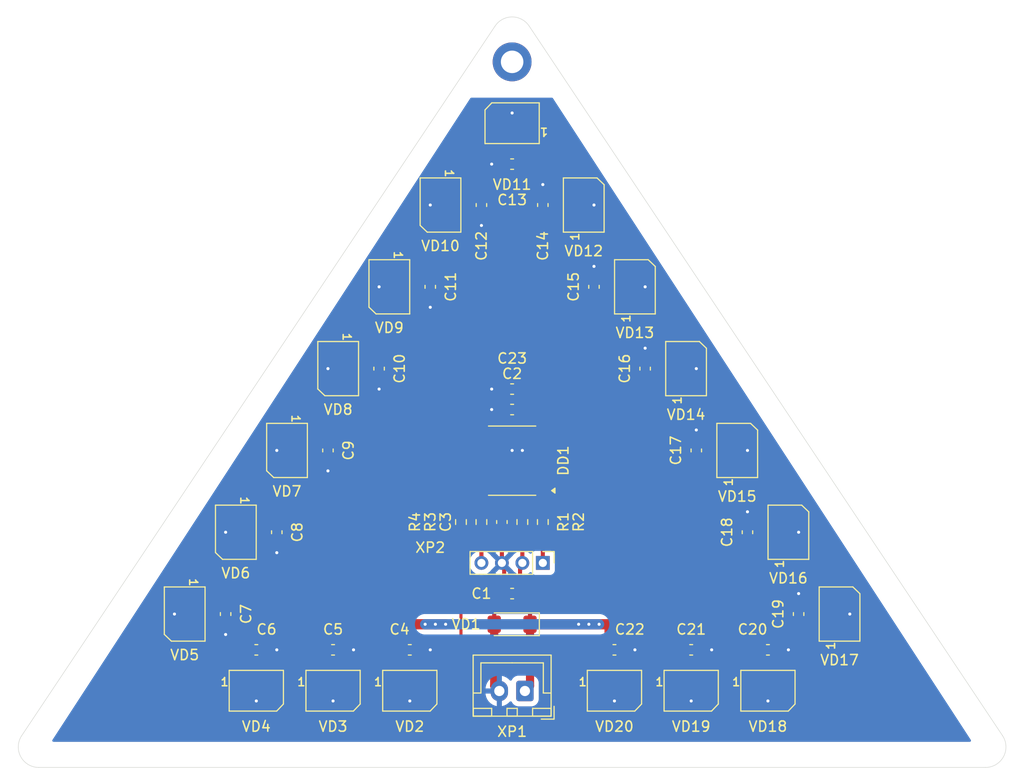
<source format=kicad_pcb>
(kicad_pcb (version 20241229) (generator "pcbnew") (generator_version "9.0")
  (layers (0 "F.Cu" signal) (2 "B.Cu" signal) (13 "F.Paste" user) (15 "B.Paste" user) (5 "F.SilkS" user "F.Silkscreen") (7 "B.SilkS" user "B.Silkscreen") (1 "F.Mask" user) (3 "B.Mask" user) (25 "Edge.Cuts" user))
  (net 0 "")
  (net 1 "VCC5V0")
  (net 2 "GND")
  (net 3 "/RESET")
  (net 8 "/MOSI")
  (net 17 "/SWIO")
  (net 21 "/RST_EXT")
  (net 22 "/SWIO_EXT")
  (net 23 "Net-(VD2-DIN)")
  (net 24 "Net-(VD2-DOUT)")
  (net 25 "Net-(VD3-DOUT)")
  (net 26 "Net-(VD4-DOUT)")
  (net 27 "Net-(VD5-DOUT)")
  (net 28 "Net-(VD6-DOUT)")
  (net 29 "Net-(VD7-DOUT)")
  (net 30 "Net-(VD8-DOUT)")
  (net 31 "Net-(VD10-DIN)")
  (net 32 "Net-(VD10-DOUT)")
  (net 33 "Net-(VD11-DOUT)")
  (net 34 "Net-(VD12-DOUT)")
  (net 35 "Net-(VD13-DOUT)")
  (net 36 "Net-(VD14-DOUT)")
  (net 37 "Net-(VD15-DOUT)")
  (net 38 "Net-(VD16-DOUT)")
  (net 39 "Net-(VD17-DOUT)")
  (net 40 "Net-(VD18-DOUT)")
  (net 41 "Net-(VD19-DOUT)")
  (footprint "LED_SMD:LED_WS2812B-Mini_PLCC4_3.5x3.5mm" (layer "F.Cu") (at 172 119 90)
    (property "Reference" "VD15")
    (property "Value" "WS2812B")
  )
  (footprint "LED_SMD:LED_WS2812B-Mini_PLCC4_3.5x3.5mm" (layer "F.Cu") (at 175 142.5)
    (property "Reference" "VD18")
    (property "Value" "WS2812B")
  )
  (footprint "MountingHole:MountingHole_2.2mm_M2_DIN965_Pad" (layer "F.Cu") (at 150 81)
    (property "Reference" "HOLE1" (hide yes))
    (property "Value" "HOLE M2")
  )
  (footprint "Capacitor_SMD:C_0603_1608Metric" (layer "F.Cu") (at 167.5 138.5)
    (property "Reference" "C21")
    (property "Value" "0.1uF, 50V, X7R, 0603")
  )
  (footprint "Capacitor_SMD:C_0603_1608Metric" (layer "F.Cu") (at 160 138.5)
    (property "Reference" "C22")
    (property "Value" "0.1uF, 50V, X7R, 0603")
  )
  (footprint "Resistor_SMD:R_0603_1608Metric" (layer "F.Cu") (at 145 126 -90)
    (property "Reference" "R4")
    (property "Value" "27, 5%, 0603")
  )
  (footprint "Capacitor_SMD:C_0603_1608Metric" (layer "F.Cu") (at 132 119 -90)
    (property "Reference" "C9")
    (property "Value" "0.1uF, 50V, X7R, 0603")
  )
  (footprint "Resistor_SMD:R_0603_1608Metric" (layer "F.Cu") (at 147 126 -90)
    (property "Reference" "R3")
    (property "Value" "27, 5%, 0603")
  )
  (footprint "Capacitor_SMD:C_0603_1608Metric" (layer "F.Cu") (at 153 95 90)
    (property "Reference" "C14")
    (property "Value" "0.1uF, 50V, X7R, 0603")
  )
  (footprint "Capacitor_SMD:C_0603_1608Metric" (layer "F.Cu") (at 149 126 90)
    (property "Reference" "C3")
    (property "Value" "0.1uF, 50V, X7R, 0603")
  )
  (footprint "LED_SMD:LED_WS2812B-Mini_PLCC4_3.5x3.5mm" (layer "F.Cu") (at 138 103 -90)
    (property "Reference" "VD9")
    (property "Value" "WS2812B")
  )
  (footprint "Capacitor_SMD:C_0603_1608Metric" (layer "F.Cu") (at 175 138.5)
    (property "Reference" "C20")
    (property "Value" "0.1uF, 50V, X7R, 0603")
  )
  (footprint "Capacitor_SMD:C_0603_1608Metric" (layer "F.Cu") (at 137 111 -90)
    (property "Reference" "C10")
    (property "Value" "0.1uF, 50V, X7R, 0603")
  )
  (footprint "LED_SMD:LED_WS2812B-Mini_PLCC4_3.5x3.5mm" (layer "F.Cu") (at 150 87 180)
    (property "Reference" "VD11")
    (property "Value" "WS2812B")
  )
  (footprint "LED_SMD:LED_WS2812B-Mini_PLCC4_3.5x3.5mm" (layer "F.Cu") (at 167 111 90)
    (property "Reference" "VD14")
    (property "Value" "WS2812B")
  )
  (footprint "Capacitor_SMD:C_0603_1608Metric" (layer "F.Cu") (at 163 111 90)
    (property "Reference" "C16")
    (property "Value" "0.1uF, 50V, X7R, 0603")
  )
  (footprint "Capacitor_SMD:C_0603_1608Metric" (layer "F.Cu") (at 147 95 -90)
    (property "Reference" "C12")
    (property "Value" "0.1uF, 50V, X7R, 0603")
  )
  (footprint "Diode_SMD:D_MiniMELF" (layer "F.Cu") (at 150 136 180)
    (property "Reference" "VD1")
    (property "Value" "BZV55-B5V6")
  )
  (footprint "Capacitor_SMD:C_0603_1608Metric" (layer "F.Cu") (at 150 133)
    (property "Reference" "C1")
    (property "Value" "0.1uF, 50V, X7R, 0603")
  )
  (footprint "Connector_JST:JST_XH_B2B-XH-A_1x02_P2.50mm_Vertical" (layer "F.Cu") (at 151.25 142.525 180)
    (property "Reference" "XP1")
    (property "Value" "B2B-XH-A(LF)(SN)")
  )
  (footprint "Capacitor_SMD:C_0603_1608Metric" (layer "F.Cu") (at 132.5 138.5)
    (property "Reference" "C5")
    (property "Value" "0.1uF, 50V, X7R, 0603")
  )
  (footprint "Capacitor_SMD:C_0603_1608Metric" (layer "F.Cu") (at 150 113)
    (property "Reference" "C23")
    (property "Value" "1uF, 25V, X5R, 0603")
  )
  (footprint "LED_SMD:LED_WS2812B-Mini_PLCC4_3.5x3.5mm" (layer "F.Cu") (at 123 127 -90)
    (property "Reference" "VD6")
    (property "Value" "WS2812B")
  )
  (footprint "Capacitor_SMD:C_0603_1608Metric" (layer "F.Cu") (at 127 127 -90)
    (property "Reference" "C8")
    (property "Value" "0.1uF, 50V, X7R, 0603")
  )
  (footprint "LED_SMD:LED_WS2812B-Mini_PLCC4_3.5x3.5mm" (layer "F.Cu") (at 167.5 142.5)
    (property "Reference" "VD19")
    (property "Value" "WS2812B")
  )
  (footprint "Package_SO:TSSOP-20_4.4x6.5mm_P0.65mm" (layer "F.Cu") (at 150 120 180)
    (property "Reference" "DD1")
    (property "Value" "CH32V003F4P6")
  )
  (footprint "Capacitor_SMD:C_0603_1608Metric" (layer "F.Cu") (at 178 135 90)
    (property "Reference" "C19")
    (property "Value" "0.1uF, 50V, X7R, 0603")
  )
  (footprint "Capacitor_SMD:C_0603_1608Metric" (layer "F.Cu") (at 142 103 -90)
    (property "Reference" "C11")
    (property "Value" "0.1uF, 50V, X7R, 0603")
  )
  (footprint "Capacitor_SMD:C_0603_1608Metric" (layer "F.Cu") (at 125 138.5)
    (property "Reference" "C6")
    (property "Value" "0.1uF, 50V, X7R, 0603")
  )
  (footprint "Capacitor_SMD:C_0603_1608Metric" (layer "F.Cu") (at 173 127 90)
    (property "Reference" "C18")
    (property "Value" "0.1uF, 50V, X7R, 0603")
  )
  (footprint "Capacitor_SMD:C_0603_1608Metric" (layer "F.Cu") (at 168 119 90)
    (property "Reference" "C17")
    (property "Value" "0.1uF, 50V, X7R, 0603")
  )
  (footprint "LED_SMD:LED_WS2812B-Mini_PLCC4_3.5x3.5mm" (layer "F.Cu") (at 118 135 -90)
    (property "Reference" "VD5")
    (property "Value" "WS2812B")
  )
  (footprint "LED_SMD:LED_WS2812B-Mini_PLCC4_3.5x3.5mm" (layer "F.Cu") (at 132.5 142.5)
    (property "Reference" "VD3")
    (property "Value" "WS2812B")
  )
  (footprint "Capacitor_SMD:C_0603_1608Metric" (layer "F.Cu") (at 150 91 180)
    (property "Reference" "C13")
    (property "Value" "0.1uF, 50V, X7R, 0603")
  )
  (footprint "LED_SMD:LED_WS2812B-Mini_PLCC4_3.5x3.5mm" (layer "F.Cu") (at 162 103 90)
    (property "Reference" "VD13")
    (property "Value" "WS2812B")
  )
  (footprint "LED_SMD:LED_WS2812B-Mini_PLCC4_3.5x3.5mm" (layer "F.Cu") (at 125 142.5)
    (property "Reference" "VD4")
    (property "Value" "WS2812B")
  )
  (footprint "LED_SMD:LED_WS2812B-Mini_PLCC4_3.5x3.5mm" (layer "F.Cu") (at 128 119 -90)
    (property "Reference" "VD7")
    (property "Value" "WS2812B")
  )
  (footprint "LED_SMD:LED_WS2812B-Mini_PLCC4_3.5x3.5mm" (layer "F.Cu") (at 140 142.5)
    (property "Reference" "VD2")
    (property "Value" "WS2812B")
  )
  (footprint "Capacitor_SMD:C_0603_1608Metric" (layer "F.Cu") (at 140 138.5)
    (property "Reference" "C4")
    (property "Value" "0.1uF, 50V, X7R, 0603")
  )
  (footprint "Capacitor_SMD:C_0603_1608Metric" (layer "F.Cu") (at 150 115)
    (property "Reference" "C2")
    (property "Value" "0.1uF, 50V, X7R, 0603")
  )
  (footprint "LED_SMD:LED_WS2812B-Mini_PLCC4_3.5x3.5mm" (layer "F.Cu") (at 182 135 90)
    (property "Reference" "VD17")
    (property "Value" "WS2812B")
  )
  (footprint "LED_SMD:LED_WS2812B-Mini_PLCC4_3.5x3.5mm" (layer "F.Cu") (at 143 95 -90)
    (property "Reference" "VD10")
    (property "Value" "WS2812B")
  )
  (footprint "Resistor_SMD:R_0603_1608Metric" (layer "F.Cu") (at 153 126 -90)
    (property "Reference" "R2")
    (property "Value" "27, 5%, 0603")
  )
  (footprint "Capacitor_SMD:C_0603_1608Metric" (layer "F.Cu") (at 158 103 90)
    (property "Reference" "C15")
    (property "Value" "0.1uF, 50V, X7R, 0603")
  )
  (footprint "LED_SMD:LED_WS2812B-Mini_PLCC4_3.5x3.5mm" (layer "F.Cu") (at 133 111 -90)
    (property "Reference" "VD8")
    (property "Value" "WS2812B")
  )
  (footprint "Resistor_SMD:R_0603_1608Metric" (layer "F.Cu") (at 151 126 90)
    (property "Reference" "R1")
    (property "Value" "10K, 1%, 0603")
  )
  (footprint "Connector_PinHeader_2.00mm:PinHeader_1x04_P2.00mm_Vertical" (layer "F.Cu") (at 153 130 -90)
    (property "Reference" "XP2")
    (property "Value" "PLS2-4")
  )
  (footprint "LED_SMD:LED_WS2812B-Mini_PLCC4_3.5x3.5mm" (layer "F.Cu") (at 160 142.5)
    (property "Reference" "VD20")
    (property "Value" "WS2812B")
  )
  (footprint "LED_SMD:LED_WS2812B-Mini_PLCC4_3.5x3.5mm" (layer "F.Cu") (at 177 127 90)
    (property "Reference" "VD16")
    (property "Value" "WS2812B")
  )
  (footprint "LED_SMD:LED_WS2812B-Mini_PLCC4_3.5x3.5mm" (layer "F.Cu") (at 157 95 90)
    (property "Reference" "VD12")
    (property "Value" "WS2812B")
  )
  (footprint "Capacitor_SMD:C_0603_1608Metric" (layer "F.Cu") (at 122 135 -90)
    (property "Reference" "C7")
    (property "Value" "0.1uF, 50V, X7R, 0603")
  )
  (gr_line (start 197.927066 146.8906) (end 151.6641 77.496151) (stroke (width 0.05)) (layer "Edge.Cuts"))
  (gr_arc (start 103.737034 150) (mid 101.973654 148.943723) (end 102.072934 146.8906) (stroke (width 0.05)) (layer "Edge.Cuts"))
  (gr_line (start 148.3359 77.496151) (end 102.072934 146.8906) (stroke (width 0.05)) (layer "Edge.Cuts"))
  (gr_line (start 103.737034 150) (end 196.262966 150) (stroke (width 0.05)) (layer "Edge.Cuts"))
  (gr_arc (start 148.3359 77.496151) (mid 150 76.605552) (end 151.6641 77.496151) (stroke (width 0.05)) (layer "Edge.Cuts"))
  (gr_arc (start 197.927066 146.8906) (mid 198.026315 148.943716) (end 196.262966 150) (stroke (width 0.05)) (layer "Edge.Cuts"))
  (gr_text "KKUZNETZOV" (at 153.5 111.5 300) (layer "F.Cu") (effects (font (size 2 2) (thickness 0.4)) (justify left bottom)))
  (gr_text "2025" (at 131.5 133.5 0) (layer "F.Cu") (effects (font (size 3 3) (thickness 0.4)) (justify left bottom)))
  (gr_text "2026" (at 157 133.5 0) (layer "F.Cu") (effects (font (size 3 3) (thickness 0.4)) (justify left bottom)))
  (gr_text "KKUZNETZOV" (at 136.5 128.5 60) (layer "F.Cu") (effects (font (size 2 2) (thickness 0.4)) (justify left bottom)))
  (segment (start 154.475 117.725) (end 155 118.25) (width 0.3) (layer "F.Cu") (net 1))
  (segment (start 139 115) (end 140 114) (width 1) (layer "F.Cu") (net 1))
  (segment (start 139 136) (end 131.5 136) (width 1) (layer "F.Cu") (net 1))
  (segment (start 174.3875 127.775) (end 173 127.775) (width 0.4) (layer "F.Cu") (net 1))
  (segment (start 124.775 134.225) (end 125 134) (width 0.4) (layer "F.Cu") (net 1))
  (segment (start 151.64 87.89) (end 151.64 90.135) (width 0.4) (layer "F.Cu") (net 1))
  (segment (start 130 136) (end 126 136) (width 1) (layer "F.Cu") (net 1))
  (segment (start 150 95) (end 150 99) (width 0.4) (layer "F.Cu") (net 1))
  (segment (start 143.5 136) (end 142.5 136) (width 1) (layer "F.Cu") (net 1))
  (segment (start 163 111.775) (end 160.225 111.775) (width 0.4) (layer "F.Cu") (net 1))
  (segment (start 155 132) (end 155 118.75) (width 0.4) (layer "F.Cu") (net 1))
  (segment (start 160 112) (end 160 109) (width 1) (layer "F.Cu") (net 1))
  (segment (start 159.275 103.775) (end 158 103.775) (width 0.4) (layer "F.Cu") (net 1))
  (segment (start 145.725 94.225) (end 147 94.225) (width 0.4) (layer "F.Cu") (net 1))
  (segment (start 150.775 133) (end 154 133) (width 0.4) (layer "F.Cu") (net 1))
  (segment (start 126 130.5) (end 128.75 130.5) (width 1) (layer "F.Cu") (net 1))
  (segment (start 165 116) (end 164 115) (width 1) (layer "F.Cu") (net 1))
  (segment (start 129.775 126.225) (end 130 126) (width 0.4) (layer "F.Cu") (net 1))
  (segment (start 170 129.25) (end 170 125) (width 1) (layer "F.Cu") (net 1))
  (segment (start 150.775 133) (end 150.775 133.775) (width 0.4) (layer "F.Cu") (net 1))
  (segment (start 131.725 136.225) (end 131.5 136) (width 0.4) (layer "F.Cu") (net 1))
  (segment (start 137 110.225) (end 139.775 110.225) (width 0.4) (layer "F.Cu") (net 1))
  (segment (start 155.275 103.775) (end 155 103.5) (width 0.4) (layer "F.Cu") (net 1))
  (segment (start 139.86 101.36) (end 140.725 102.225) (width 0.4) (layer "F.Cu") (net 1))
  (segment (start 170.2525 120.64) (end 169.3875 119.775) (width 0.4) (layer "F.Cu") (net 1))
  (segment (start 135 118) (end 135 116) (width 1) (layer "F.Cu") (net 1))
  (segment (start 159.5 136) (end 167 136) (width 1) (layer "F.Cu") (net 1))
  (segment (start 154.275 95.775) (end 153 95.775) (width 0.4) (layer "F.Cu") (net 1))
  (segment (start 176.775 135.775) (end 176.5 135.5) (width 0.4) (layer "F.Cu") (net 1))
  (segment (start 144.86 93.36) (end 145.725 94.225) (width 0.4) (layer "F.Cu") (net 1))
  (segment (start 178 135.775) (end 176.775 135.775) (width 0.4) (layer "F.Cu") (net 1))
  (segment (start 128.89 117.36) (end 129.86 117.36) (width 0.4) (layer "F.Cu") (net 1))
  (segment (start 158.36 140.64) (end 159.225 139.775) (width 0.4) (layer "F.Cu") (net 1))
  (segment (start 142.5 136) (end 139 136) (width 1) (layer "F.Cu") (net 1))
  (segment (start 131.725 138.5) (end 131.725 136.225) (width 0.4) (layer "F.Cu") (net 1))
  (segment (start 173.36 140.64) (end 174.225 139.775) (width 0.4) (layer "F.Cu") (net 1))
  (segment (start 160.225 111.775) (end 160 112) (width 0.4) (layer "F.Cu") (net 1))
  (segment (start 123.89 125.36) (end 124.86 125.36) (width 0.4) (layer "F.Cu") (net 1))
  (segment (start 155 107) (end 155 103.5) (width 1) (layer "F.Cu") (net 1))
  (segment (start 171.11 120.64) (end 170.2525 120.64) (width 0.4) (layer "F.Cu") (net 1))
  (segment (start 175 131.5) (end 174 130.5) (width 1) (layer "F.Cu") (net 1))
  (segment (start 151.64 90.135) (end 150.775 91) (width 0.4) (layer "F.Cu") (net 1))
  (segment (start 150.775 91) (end 150.775 94.225) (width 0.4) (layer "F.Cu") (net 1))
  (segment (start 134.775 118.225) (end 135 118) (width 0.4) (layer "F.Cu") (net 1))
  (segment (start 176.5 135.5) (end 176.5 134.5) (width 0.4) (layer "F.Cu") (net 1))
  (segment (start 174 136) (end 175 135) (width 1) (layer "F.Cu") (net 1))
  (segment (start 144.775 102.225) (end 145 102) (width 0.4) (layer "F.Cu") (net 1))
  (segment (start 140 110) (end 140 109) (width 1) (layer "F.Cu") (net 1))
  (segment (start 144 108) (end 145 107) (width 1) (layer "F.Cu") (net 1))
  (segment (start 123.36 140.64) (end 124.225 139.775) (width 0.4) (layer "F.Cu") (net 1))
  (segment (start 151.75 136) (end 151.75 142.025) (width 0.8) (layer "F.Cu") (net 1))
  (segment (start 175.2525 128.64) (end 174.3875 127.775) (width 0.4) (layer "F.Cu") (net 1))
  (segment (start 155 118.25) (end 155 118.75) (width 0.4) (layer "F.Cu") (net 1))
  (segment (start 130.86 141.61) (end 130.86 140.64) (width 0.4) (layer "F.Cu") (net 1))
  (segment (start 130 125) (end 135 120) (width 1) (layer "F.Cu") (net 1))
  (segment (start 173.36 141.61) (end 173.36 140.64) (width 0.4) (layer "F.Cu") (net 1))
  (segment (start 166.725 138.5) (end 166.725 136.275) (width 0.4) (layer "F.Cu") (net 1))
  (segment (start 143.89 93.36) (end 144.86 93.36) (width 0.4) (layer "F.Cu") (net 1))
  (segment (start 165 118.5) (end 165 116) (width 1) (layer "F.Cu") (net 1))
  (segment (start 119.86 133.36) (end 120.725 134.225) (width 0.4) (layer "F.Cu") (net 1))
  (segment (start 173 136) (end 174 136) (width 1) (layer "F.Cu") (net 1))
  (segment (start 152.8625 117.725) (end 154.475 117.725) (width 0.3) (layer "F.Cu") (net 1))
  (segment (start 124.225 139.775) (end 124.225 138.5) (width 0.4) (layer "F.Cu") (net 1))
  (segment (start 140 109) (end 141 108) (width 1) (layer "F.Cu") (net 1))
  (segment (start 164 115) (end 161 115) (width 1) (layer "F.Cu") (net 1))
  (segment (start 173.5 138.5) (end 173 138) (width 0.4) (layer "F.Cu") (net 1))
  (segment (start 151.725 117.725) (end 150.775 116.775) (width 0.3) (layer "F.Cu") (net 1))
  (segment (start 134.86 109.36) (end 135.725 110.225) (width 0.4) (layer "F.Cu") (net 1))
  (segment (start 165 120) (end 165 118.5) (width 1) (layer "F.Cu") (net 1))
  (segment (start 120.725 134.225) (end 122 134.225) (width 0.4) (layer "F.Cu") (net 1))
  (segment (start 133.89 109.36) (end 134.86 109.36) (width 0.4) (layer "F.Cu") (net 1))
  (segment (start 174.225 138.5) (end 173.5 138.5) (width 0.4) (layer "F.Cu") (net 1))
  (segment (start 122 134.225) (end 123.5 134.225) (width 0.4) (layer "F.Cu") (net 1))
  (segment (start 154 133) (end 155 132) (width 0.4) (layer "F.Cu") (net 1))
  (segment (start 166.725 136.275) (end 167 136) (width 0.4) (layer "F.Cu") (net 1))
  (segment (start 138.36 140.64) (end 139.225 139.775) (width 0.4) (layer "F.Cu") (net 1))
  (segment (start 153 95.775) (end 153 99) (width 0.4) (layer "F.Cu") (net 1))
  (segment (start 123.5 134.225) (end 124.775 134.225) (width 0.4) (layer "F.Cu") (net 1))
  (segment (start 130.725 118.225) (end 132 118.225) (width 0.4) (layer "F.Cu") (net 1))
  (segment (start 165.86 140.64) (end 166.725 139.775) (width 0.4) (layer "F.Cu") (net 1))
  (segment (start 132 118.225) (end 134.775 118.225) (width 0.4) (layer "F.Cu") (net 1))
  (segment (start 149 99) (end 150 99) (width 1) (layer "F.Cu") (net 1))
  (segment (start 128.75 130.5) (end 130 129.25) (width 1) (layer "F.Cu") (net 1))
  (segment (start 159.225 139.775) (end 159.225 138.5) (width 0.4) (layer "F.Cu") (net 1))
  (segment (start 150.775 116.775) (end 150.775 115) (width 0.3) (layer "F.Cu") (net 1))
  (segment (start 176 134) (end 175 134) (width 0.4) (layer "F.Cu") (net 1))
  (segment (start 180.14 136.64) (end 179.275 135.775) (width 0.4) (layer "F.Cu") (net 1))
  (segment (start 166.11 112.64) (end 165.14 112.64) (width 0.4) (layer "F.Cu") (net 1))
  (segment (start 166 118.5) (end 165 118.5) (width 0.4) (layer "F.Cu") (net 1))
  (segment (start 168 119.775) (end 166.775 119.775) (width 0.4) (layer "F.Cu") (net 1))
  (segment (start 150.775 133) (end 150.775 130.225) (width 0.4) (layer "F.Cu") (net 1))
  (segment (start 136 115) (end 139 115) (width 1) (layer "F.Cu") (net 1))
  (segment (start 158 103.775) (end 155.275 103.775) (width 0.4) (layer "F.Cu") (net 1))
  (segment (start 142 102.225) (end 144.775 102.225) (width 0.4) (layer "F.Cu") (net 1))
  (segment (start 145 105) (end 145 102) (width 1) (layer "F.Cu") (net 1))
  (segment (start 159.225 138.5) (end 159.225 136.275) (width 0.4) (layer "F.Cu") (net 1))
  (segment (start 140 114) (end 140 110) (width 1) (layer "F.Cu") (net 1))
  (segment (start 181.11 136.64) (end 180.14 136.64) (width 0.4) (layer "F.Cu") (net 1))
  (segment (start 159.225 136.275) (end 159.5 136) (width 0.4) (layer "F.Cu") (net 1))
  (segment (start 139.775 110.225) (end 140 110) (width 0.4) (layer "F.Cu") (net 1))
  (segment (start 129.86 117.36) (end 130.725 118.225) (width 0.4) (layer "F.Cu") (net 1))
  (segment (start 127 126.225) (end 129.775 126.225) (width 0.4) (layer "F.Cu") (net 1))
  (segment (start 160 109) (end 159 108) (width 1) (layer "F.Cu") (net 1))
  (segment (start 156.11 96.64) (end 155.14 96.64) (width 0.4) (layer "F.Cu") (net 1))
  (segment (start 135 116) (end 136 115) (width 1) (layer "F.Cu") (net 1))
  (segment (start 130.86 140.64) (end 131.725 139.775) (width 0.4) (layer "F.Cu") (net 1))
  (segment (start 135 120) (end 135 118) (width 1) (layer "F.Cu") (net 1))
  (segment (start 148.225 94.225) (end 148.5 94.5) (width 0.4) (layer "F.Cu") (net 1))
  (segment (start 161.11 104.64) (end 160.14 104.64) (width 0.4) (layer "F.Cu") (net 1))
  (segment (start 165.86 141.61) (end 165.86 140.64) (width 0.4) (layer "F.Cu") (net 1))
  (segment (start 166.5 119) (end 166 118.5) (width 0.4) (layer "F.Cu") (net 1))
  (segment (start 170 136) (end 173 136) (width 1) (layer "F.Cu") (net 1))
  (segment (start 152.8625 117.725) (end 151.725 117.725) (width 0.3) (layer "F.Cu") (net 1))
  (segment (start 139.225 139.775) (end 139.225 138.5) (width 0.4) (layer "F.Cu") (net 1))
  (segment (start 166.775 119.775) (end 166.5 119.5) (width 0.4) (layer "F.Cu") (net 1))
  (segment (start 150 99) (end 153 99) (width 1) (layer "F.Cu") (net 1))
  (segment (start 139.225 138.5) (end 139.225 136.225) (width 0.4) (layer "F.Cu") (net 1))
  (segment (start 131.725 139.775) (end 131.725 138.5) (width 0.4) (layer "F.Cu") (net 1))
  (segment (start 150.775 130.225) (end 151 130) (width 0.4) (layer "F.Cu") (net 1))
  (segment (start 148.5 94.5) (end 148.5 98.5) (width 0.4) (layer "F.Cu") (net 1))
  (segment (start 124.86 125.36) (end 125.725 126.225) (width 0.4) (layer "F.Cu") (net 1))
  (segment (start 171.25 130.5) (end 170 129.25) (width 1) (layer "F.Cu") (net 1))
  (segment (start 150.775 113) (end 150.775 115) (width 0.3) (layer "F.Cu") (net 1))
  (segment (start 170 125) (end 165 120) (width 1) (layer "F.Cu") (net 1))
  (segment (start 179.275 135.775) (end 178 135.775) (width 0.4) (layer "F.Cu") (net 1))
  (segment (start 151.75 134.75) (end 151.75 136) (width 0.4) (layer "F.Cu") (net 1))
  (segment (start 151.75 142.025) (end 151.25 142.525) (width 0.8) (layer "F.Cu") (net 1))
  (segment (start 123.5 136.5) (end 123.5 134.225) (width 0.4) (layer "F.Cu") (net 1))
  (segment (start 176.11 128.64) (end 175.2525 128.64) (width 0.4) (layer "F.Cu") (net 1))
  (segment (start 123.36 141.61) (end 123.36 140.64) (width 0.4) (layer "F.Cu") (net 1))
  (segment (start 125 135) (end 125 134) (width 1) (layer "F.Cu") (net 1))
  (segment (start 146 99) (end 149 99) (width 1) (layer "F.Cu") (net 1))
  (segment (start 130 129.25) (end 130 126) (width 1) (layer "F.Cu") (net 1))
  (segment (start 138.89 101.36) (end 139.86 101.36) (width 0.4) (layer "F.Cu") (net 1))
  (segment (start 151 126.825) (end 151 130) (width 0.4) (layer "F.Cu") (net 1))
  (segment (start 150.775 94.225) (end 150 95) (width 0.4) (layer "F.Cu") (net 1))
  (segment (start 145 107) (end 145 105) (width 1) (layer "F.Cu") (net 1))
  (segment (start 166.725 139.775) (end 166.725 138.5) (width 0.4) (layer "F.Cu") (net 1))
  (segment (start 141 108) (end 144 108) (width 1) (layer "F.Cu") (net 1))
  (segment (start 160.14 104.64) (end 159.275 103.775) (width 0.4) (layer "F.Cu") (net 1))
  (segment (start 173 138) (end 173 136) (width 0.4) (layer "F.Cu") (net 1))
  (segment (start 153 99) (end 154 99) (width 1) (layer "F.Cu") (net 1))
  (segment (start 155 100) (end 154 99) (width 1) (layer "F.Cu") (net 1))
  (segment (start 173 130.5) (end 171.25 130.5) (width 1) (layer "F.Cu") (net 1))
  (segment (start 166.5 119.5) (end 166.5 119) (width 0.4) (layer "F.Cu") (net 1))
  (segment (start 167 136) (end 170 136) (width 1) (layer "F.Cu") (net 1))
  (segment (start 175 134) (end 175 131.5) (width 1) (layer "F.Cu") (net 1))
  (segment (start 164.275 111.775) (end 163 111.775) (width 0.4) (layer "F.Cu") (net 1))
  (segment (start 150.775 133.775) (end 151.75 134.75) (width 0.4) (layer "F.Cu") (net 1))
  (segment (start 155.14 96.64) (end 154.275 95.775) (width 0.4) (layer "F.Cu") (net 1))
  (segment (start 159 108) (end 156 108) (width 1) (layer "F.Cu") (net 1))
  (segment (start 158.36 141.61) (end 158.36 140.64) (width 0.4) (layer "F.Cu") (net 1))
  (segment (start 135.725 110.225) (end 137 110.225) (width 0.4) (layer "F.Cu") (net 1))
  (segment (start 148.5 98.5) (end 149 99) (width 0.4) (layer "F.Cu") (net 1))
  (segment (start 130 126) (end 130 125) (width 1) (layer "F.Cu") (net 1))
  (segment (start 131.5 136) (end 130 136) (width 1) (layer "F.Cu") (net 1))
  (segment (start 125 134) (end 125 131.5) (width 1) (layer "F.Cu") (net 1))
  (segment (start 169.3875 119.775) (end 168 119.775) (width 0.4) (layer "F.Cu") (net 1))
  (segment (start 155 103.5) (end 155 100) (width 1) (layer "F.Cu") (net 1))
  (segment (start 156 108) (end 155 107) (width 1) (layer "F.Cu") (net 1))
  (segment (start 174 130.5) (end 173 130.5) (width 1) (layer "F.Cu") (net 1))
  (segment (start 156.5 136) (end 159.5 136) (width 1) (layer "F.Cu") (net 1))
  (segment (start 176.5 134.5) (end 176 134) (width 0.4) (layer "F.Cu") (net 1))
  (segment (start 175 135) (end 175 134) (width 1) (layer "F.Cu") (net 1))
  (segment (start 125.725 126.225) (end 127 126.225) (width 0.4) (layer "F.Cu") (net 1))
  (segment (start 145 102) (end 145 100) (width 1) (layer "F.Cu") (net 1))
  (segment (start 174.225 139.775) (end 174.225 138.5) (width 0.4) (layer "F.Cu") (net 1))
  (segment (start 125 131.5) (end 126 130.5) (width 1) (layer "F.Cu") (net 1))
  (segment (start 156.5 136) (end 151.75 136) (width 1) (layer "F.Cu") (net 1))
  (segment (start 124.225 137.225) (end 123.5 136.5) (width 0.4) (layer "F.Cu") (net 1))
  (segment (start 165.14 112.64) (end 164.275 111.775) (width 0.4) (layer "F.Cu") (net 1))
  (segment (start 147 94.225) (end 148.225 94.225) (width 0.4) (layer "F.Cu") (net 1))
  (segment (start 173 127.775) (end 173 130.5) (width 0.4) (layer "F.Cu") (net 1))
  (segment (start 161 115) (end 160 114) (width 1) (layer "F.Cu") (net 1))
  (segment (start 138.36 141.61) (end 138.36 140.64) (width 0.4) (layer "F.Cu") (net 1))
  (segment (start 140.725 102.225) (end 142 102.225) (width 0.4) (layer "F.Cu") (net 1))
  (segment (start 139.225 136.225) (end 139 136) (width 0.4) (layer "F.Cu") (net 1))
  (segment (start 160 114) (end 160 112) (width 1) (layer "F.Cu") (net 1))
  (segment (start 124.225 138.5) (end 124.225 137.225) (width 0.4) (layer "F.Cu") (net 1))
  (segment (start 118.89 133.36) (end 119.86 133.36) (width 0.4) (layer "F.Cu") (net 1))
  (segment (start 145 100) (end 146 99) (width 1) (layer "F.Cu") (net 1))
  (segment (start 126 136) (end 125 135) (width 1) (layer "F.Cu") (net 1))
  (via (at 143.5 136) (size 0.6) (drill 0.3) (layers "F.Cu" "B.Cu") (net 1))
  (via (at 142.5 136) (size 0.6) (drill 0.3) (layers "F.Cu" "B.Cu") (net 1))
  (via (at 156.5 136) (size 0.6) (drill 0.3) (layers "F.Cu" "B.Cu") (net 1))
  (via (at 141.5 136) (size 0.6) (drill 0.3) (layers "F.Cu" "B.Cu") (net 1))
  (via (at 157.5 136) (size 0.6) (drill 0.3) (layers "F.Cu" "B.Cu") (net 1))
  (via (at 158.5 136) (size 0.6) (drill 0.3) (layers "F.Cu" "B.Cu") (net 1))
  (segment (start 158.5 136) (end 157.5 136) (width 1) (layer "B.Cu") (net 1))
  (segment (start 156.5 136) (end 142.5 136) (width 1) (layer "B.Cu") (net 1))
  (segment (start 142.5 136) (end 141.5 136) (width 1) (layer "B.Cu") (net 1))
  (segment (start 157.5 136) (end 156.5 136) (width 1) (layer "B.Cu") (net 1))
  (segment (start 161.64 143.39) (end 160.11 143.39) (width 0.4) (layer "F.Cu") (net 2))
  (segment (start 149.89 86.11) (end 150 86) (width 0.4) (layer "F.Cu") (net 2))
  (segment (start 127 127.775) (end 127 129) (width 0.4) (layer "F.Cu") (net 2))
  (segment (start 126.64 143.39) (end 125.11 143.39) (width 0.4) (layer "F.Cu") (net 2))
  (segment (start 149 126.775) (end 149 130) (width 0.4) (layer "F.Cu") (net 2))
  (segment (start 132.61 143.39) (end 132.5 143.5) (width 0.4) (layer "F.Cu") (net 2))
  (segment (start 149.225 130.225) (end 149 130) (width 0.4) (layer "F.Cu") (net 2))
  (segment (start 168 118.225) (end 168 117) (width 0.4) (layer "F.Cu") (net 2))
  (segment (start 153 94.225) (end 153 93) (width 0.4) (layer "F.Cu") (net 2))
  (segment (start 132.11 112.64) (end 132.11 111.11) (width 0.4) (layer "F.Cu") (net 2))
  (segment (start 147 95.775) (end 147 97) (width 0.4) (layer "F.Cu") (net 2))
  (segment (start 175.775 138.5) (end 177 138.5) (width 0.4) (layer "F.Cu") (net 2))
  (segment (start 152.8625 119.025) (end 151.025 119.025) (width 0.3) (layer "F.Cu") (net 2))
  (segment (start 117.11 136.64) (end 117.11 135.11) (width 0.4) (layer "F.Cu") (net 2))
  (segment (start 182.89 133.36) (end 182.89 134.89) (width 0.4) (layer "F.Cu") (net 2))
  (segment (start 141.64 143.39) (end 140.11 143.39) (width 0.4) (layer "F.Cu") (net 2))
  (segment (start 134.14 143.39) (end 132.61 143.39) (width 0.4) (layer "F.Cu") (net 2))
  (segment (start 140.11 143.39) (end 140 143.5) (width 0.4) (layer "F.Cu") (net 2))
  (segment (start 142.11 96.64) (end 142.11 95.11) (width 0.4) (layer "F.Cu") (net 2))
  (segment (start 172.89 118.89) (end 173 119) (width 0.4) (layer "F.Cu") (net 2))
  (segment (start 167.61 143.39) (end 167.5 143.5) (width 0.4) (layer "F.Cu") (net 2))
  (segment (start 162.89 102.89) (end 163 103) (width 0.4) (layer "F.Cu") (net 2))
  (segment (start 149.225 133) (end 149.225 130.225) (width 0.4) (layer "F.Cu") (net 2))
  (segment (start 173 126.225) (end 173 125) (width 0.4) (layer "F.Cu") (net 2))
  (segment (start 175.11 143.39) (end 175 143.5) (width 0.4) (layer "F.Cu") (net 2))
  (segment (start 177.89 126.89) (end 178 127) (width 0.4) (layer "F.Cu") (net 2))
  (segment (start 148.36 86.11) (end 149.89 86.11) (width 0.4) (layer "F.Cu") (net 2))
  (segment (start 172.89 117.36) (end 172.89 118.89) (width 0.4) (layer "F.Cu") (net 2))
  (segment (start 160.11 143.39) (end 160 143.5) (width 0.4) (layer "F.Cu") (net 2))
  (segment (start 148.25 134.75) (end 148.25 136) (width 0.4) (layer "F.Cu") (net 2))
  (segment (start 182.89 134.89) (end 183 135) (width 0.4) (layer "F.Cu") (net 2))
  (segment (start 127.11 119.11) (end 127 119) (width 0.4) (layer "F.Cu") (net 2))
  (segment (start 117.11 135.11) (end 117 135) (width 0.4) (layer "F.Cu") (net 2))
  (segment (start 127.11 120.64) (end 127.11 119.11) (width 0.4) (layer "F.Cu") (net 2))
  (segment (start 148.25 136) (end 148.25 142.025) (width 0.8) (layer "F.Cu") (net 2))
  (segment (start 151.025 119.025) (end 151 119) (width 0.3) (layer "F.Cu") (net 2))
  (segment (start 169.14 143.39) (end 167.61 143.39) (width 0.4) (layer "F.Cu") (net 2))
  (segment (start 150 119) (end 151 119) (width 0.3) (layer "F.Cu") (net 2))
  (segment (start 148.25 142.025) (end 148.75 142.525) (width 0.8) (layer "F.Cu") (net 2))
  (segment (start 149.225 115) (end 149.225 118.225) (width 0.3) (layer "F.Cu") (net 2))
  (segment (start 167.89 110.89) (end 168 111) (width 0.4) (layer "F.Cu") (net 2))
  (segment (start 137.11 103.11) (end 137 103) (width 0.4) (layer "F.Cu") (net 2))
  (segment (start 122.11 128.64) (end 122.11 127.11) (width 0.4) (layer "F.Cu") (net 2))
  (segment (start 137 111.775) (end 137 113) (width 0.4) (layer "F.Cu") (net 2))
  (segment (start 122.11 127.11) (end 122 127) (width 0.4) (layer "F.Cu") (net 2))
  (segment (start 132 119.775) (end 132 121) (width 0.4) (layer "F.Cu") (net 2))
  (segment (start 142 103.775) (end 142 105) (width 0.4) (layer "F.Cu") (net 2))
  (segment (start 142.11 95.11) (end 142 95) (width 0.4) (layer "F.Cu") (net 2))
  (segment (start 137.11 104.64) (end 137.11 103.11) (width 0.4) (layer "F.Cu") (net 2))
  (segment (start 149.225 91) (end 148 91) (width 0.4) (layer "F.Cu") (net 2))
  (segment (start 158 102.225) (end 158 101) (width 0.4) (layer "F.Cu") (net 2))
  (segment (start 149.225 113) (end 148 113) (width 0.3) (layer "F.Cu") (net 2))
  (segment (start 157.89 93.36) (end 157.89 94.89) (width 0.4) (layer "F.Cu") (net 2))
  (segment (start 149.225 133) (end 149.225 133.775) (width 0.4) (layer "F.Cu") (net 2))
  (segment (start 133.275 138.5) (end 134.5 138.5) (width 0.4) (layer "F.Cu") (net 2))
  (segment (start 149.225 133.775) (end 148.25 134.75) (width 0.4) (layer "F.Cu") (net 2))
  (segment (start 157.89 94.89) (end 158 95) (width 0.4) (layer "F.Cu") (net 2))
  (segment (start 162.89 101.36) (end 162.89 102.89) (width 0.4) (layer "F.Cu") (net 2))
  (segment (start 167.89 109.36) (end 167.89 110.89) (width 0.4) (layer "F.Cu") (net 2))
  (segment (start 168.275 138.5) (end 169.5 138.5) (width 0.4) (layer "F.Cu") (net 2))
  (segment (start 125.11 143.39) (end 125 143.5) (width 0.4) (layer "F.Cu") (net 2))
  (segment (start 177.89 125.36) (end 177.89 126.89) (width 0.4) (layer "F.Cu") (net 2))
  (segment (start 149.225 115) (end 148 115) (width 0.3) (layer "F.Cu") (net 2))
  (segment (start 122 135.775) (end 122 137) (width 0.4) (layer "F.Cu") (net 2))
  (segment (start 140.775 138.5) (end 142 138.5) (width 0.4) (layer "F.Cu") (net 2))
  (segment (start 178 134.225) (end 178 133) (width 0.4) (layer "F.Cu") (net 2))
  (segment (start 149.225 113) (end 149.225 115) (width 0.3) (layer "F.Cu") (net 2))
  (segment (start 163 110.225) (end 163 109) (width 0.4) (layer "F.Cu") (net 2))
  (segment (start 160.775 138.5) (end 162 138.5) (width 0.4) (layer "F.Cu") (net 2))
  (segment (start 176.64 143.39) (end 175.11 143.39) (width 0.4) (layer "F.Cu") (net 2))
  (segment (start 149.225 118.225) (end 150 119) (width 0.3) (layer "F.Cu") (net 2))
  (segment (start 125.775 138.5) (end 127 138.5) (width 0.4) (layer "F.Cu") (net 2))
  (segment (start 132.11 111.11) (end 132 111) (width 0.4) (layer "F.Cu") (net 2))
  (via (at 160 143.5) (size 0.6) (drill 0.3) (layers "F.Cu" "B.Cu") (net 2))
  (via (at 127 119) (size 0.6) (drill 0.3) (layers "F.Cu" "B.Cu") (net 2))
  (via (at 173 119) (size 0.6) (drill 0.3) (layers "F.Cu" "B.Cu") (net 2))
  (via (at 142 105) (size 0.6) (drill 0.3) (layers "F.Cu" "B.Cu") (net 2))
  (via (at 142 138.5) (size 0.6) (drill 0.3) (layers "F.Cu" "B.Cu") (net 2))
  (via (at 169.5 138.5) (size 0.6) (drill 0.3) (layers "F.Cu" "B.Cu") (net 2))
  (via (at 125 143.5) (size 0.6) (drill 0.3) (layers "F.Cu" "B.Cu") (net 2))
  (via (at 148 115) (size 0.6) (drill 0.3) (layers "F.Cu" "B.Cu") (net 2))
  (via (at 175 143.5) (size 0.6) (drill 0.3) (layers "F.Cu" "B.Cu") (net 2))
  (via (at 163 109) (size 0.6) (drill 0.3) (layers "F.Cu" "B.Cu") (net 2))
  (via (at 178 133) (size 0.6) (drill 0.3) (layers "F.Cu" "B.Cu") (net 2))
  (via (at 162 138.5) (size 0.6) (drill 0.3) (layers "F.Cu" "B.Cu") (net 2))
  (via (at 140 143.5) (size 0.6) (drill 0.3) (layers "F.Cu" "B.Cu") (net 2))
  (via (at 153 93) (size 0.6) (drill 0.3) (layers "F.Cu" "B.Cu") (net 2))
  (via (at 127 138.5) (size 0.6) (drill 0.3) (layers "F.Cu" "B.Cu") (net 2))
  (via (at 137 103) (size 0.6) (drill 0.3) (layers "F.Cu" "B.Cu") (net 2))
  (via (at 122 127) (size 0.6) (drill 0.3) (layers "F.Cu" "B.Cu") (net 2))
  (via (at 148 91) (size 0.6) (drill 0.3) (layers "F.Cu" "B.Cu") (net 2))
  (via (at 177 138.5) (size 0.6) (drill 0.3) (layers "F.Cu" "B.Cu") (net 2))
  (via (at 132.5 143.5) (size 0.6) (drill 0.3) (layers "F.Cu" "B.Cu") (net 2))
  (via (at 163 103) (size 0.6) (drill 0.3) (layers "F.Cu" "B.Cu") (net 2))
  (via (at 168 111) (size 0.6) (drill 0.3) (layers "F.Cu" "B.Cu") (net 2))
  (via (at 134.5 138.5) (size 0.6) (drill 0.3) (layers "F.Cu" "B.Cu") (net 2))
  (via (at 167.5 143.5) (size 0.6) (drill 0.3) (layers "F.Cu" "B.Cu") (net 2))
  (via (at 142 95) (size 0.6) (drill 0.3) (layers "F.Cu" "B.Cu") (net 2))
  (via (at 151 119) (size 0.6) (drill 0.3) (layers "F.Cu" "B.Cu") (net 2))
  (via (at 148 113) (size 0.6) (drill 0.3) (layers "F.Cu" "B.Cu") (net 2))
  (via (at 147 97) (size 0.6) (drill 0.3) (layers "F.Cu" "B.Cu") (net 2))
  (via (at 132 111) (size 0.6) (drill 0.3) (layers "F.Cu" "B.Cu") (net 2))
  (via (at 150 119) (size 0.6) (drill 0.3) (layers "F.Cu" "B.Cu") (net 2))
  (via (at 173 125) (size 0.6) (drill 0.3) (layers "F.Cu" "B.Cu") (net 2))
  (via (at 117 135) (size 0.6) (drill 0.3) (layers "F.Cu" "B.Cu") (net 2))
  (via (at 127 129) (size 0.6) (drill 0.3) (layers "F.Cu" "B.Cu") (net 2))
  (via (at 168 117) (size 0.6) (drill 0.3) (layers "F.Cu" "B.Cu") (net 2))
  (via (at 137 113) (size 0.6) (drill 0.3) (layers "F.Cu" "B.Cu") (net 2))
  (via (at 158 101) (size 0.6) (drill 0.3) (layers "F.Cu" "B.Cu") (net 2))
  (via (at 150 86) (size 0.6) (drill 0.3) (layers "F.Cu" "B.Cu") (net 2))
  (via (at 158 95) (size 0.6) (drill 0.3) (layers "F.Cu" "B.Cu") (net 2))
  (via (at 132 121) (size 0.6) (drill 0.3) (layers "F.Cu" "B.Cu") (net 2))
  (via (at 122 137) (size 0.6) (drill 0.3) (layers "F.Cu" "B.Cu") (net 2))
  (via (at 178 127) (size 0.6) (drill 0.3) (layers "F.Cu" "B.Cu") (net 2))
  (via (at 183 135) (size 0.6) (drill 0.3) (layers "F.Cu" "B.Cu") (net 2))
  (segment (start 153 125.175) (end 151 125.175) (width 0.4) (layer "F.Cu") (net 3))
  (segment (start 152.8625 120.975) (end 151.775 120.975) (width 0.3) (layer "F.Cu") (net 3))
  (segment (start 151 121.75) (end 151 125.175) (width 0.3) (layer "F.Cu") (net 3))
  (segment (start 149 125.225) (end 150.95 125.225) (width 0.4) (layer "F.Cu") (net 3))
  (segment (start 150.95 125.225) (end 151 125.175) (width 0.4) (layer "F.Cu") (net 3))
  (segment (start 151.775 120.975) (end 151 121.75) (width 0.3) (layer "F.Cu") (net 3))
  (segment (start 145 121.25) (end 145 125.175) (width 0.3) (layer "F.Cu") (net 8))
  (segment (start 145.925 120.325) (end 145 121.25) (width 0.3) (layer "F.Cu") (net 8))
  (segment (start 147.1375 120.325) (end 145.925 120.325) (width 0.3) (layer "F.Cu") (net 8))
  (segment (start 148 124) (end 147.5 124) (width 0.3) (layer "F.Cu") (net 17))
  (segment (start 148.5 122) (end 148.5 123.5) (width 0.3) (layer "F.Cu") (net 17))
  (segment (start 148.125 121.625) (end 148.5 122) (width 0.3) (layer "F.Cu") (net 17))
  (segment (start 148.5 123.5) (end 148 124) (width 0.3) (layer "F.Cu") (net 17))
  (segment (start 147 124.5) (end 147 125.175) (width 0.3) (layer "F.Cu") (net 17))
  (segment (start 147.5 124) (end 147 124.5) (width 0.3) (layer "F.Cu") (net 17))
  (segment (start 147.1375 121.625) (end 148.125 121.625) (width 0.3) (layer "F.Cu") (net 17))
  (segment (start 153 126.825) (end 153 130) (width 0.4) (layer "F.Cu") (net 21))
  (segment (start 147 126.825) (end 147 130) (width 0.4) (layer "F.Cu") (net 22))
  (segment (start 143.39 141.61) (end 145 140) (width 0.3) (layer "F.Cu") (net 23))
  (segment (start 145 126.825) (end 145 140) (width 0.3) (layer "F.Cu") (net 23))
  (segment (start 141.64 141.61) (end 143.39 141.61) (width 0.3) (layer "F.Cu") (net 23))
  (segment (start 136.25 142) (end 136.25 143) (width 0.3) (layer "F.Cu") (net 24))
  (segment (start 134.14 141.61) (end 135.86 141.61) (width 0.3) (layer "F.Cu") (net 24))
  (segment (start 138.36 143.39) (end 136.64 143.39) (width 0.3) (layer "F.Cu") (net 24))
  (segment (start 135.86 141.61) (end 136.25 142) (width 0.3) (layer "F.Cu") (net 24))
  (segment (start 136.64 143.39) (end 136.25 143) (width 0.3) (layer "F.Cu") (net 24))
  (segment (start 129.14 143.39) (end 128.75 143) (width 0.3) (layer "F.Cu") (net 25))
  (segment (start 130.86 143.39) (end 129.14 143.39) (width 0.3) (layer "F.Cu") (net 25))
  (segment (start 128.36 141.61) (end 128.75 142) (width 0.3) (layer "F.Cu") (net 25))
  (segment (start 128.75 142) (end 128.75 143) (width 0.3) (layer "F.Cu") (net 25))
  (segment (start 126.64 141.61) (end 128.36 141.61) (width 0.3) (layer "F.Cu") (net 25))
  (segment (start 121.89 143.39) (end 118.89 140.39) (width 0.3) (layer "F.Cu") (net 26))
  (segment (start 118.89 140.39) (end 118.89 136.64) (width 0.3) (layer "F.Cu") (net 26))
  (segment (start 123.36 143.39) (end 121.89 143.39) (width 0.3) (layer "F.Cu") (net 26))
  (segment (start 117.11 133.36) (end 117.11 132.265) (width 0.3) (layer "F.Cu") (net 27))
  (segment (start 122.75 131.25) (end 123.89 130.11) (width 0.3) (layer "F.Cu") (net 27))
  (segment (start 118.125 131.25) (end 122.75 131.25) (width 0.3) (layer "F.Cu") (net 27))
  (segment (start 117.11 132.265) (end 118.125 131.25) (width 0.3) (layer "F.Cu") (net 27))
  (segment (start 123.89 130.11) (end 123.89 128.64) (width 0.3) (layer "F.Cu") (net 27))
  (segment (start 122.11 125.36) (end 122.11 124.14) (width 0.3) (layer "F.Cu") (net 28))
  (segment (start 122.11 124.14) (end 122.5 123.75) (width 0.3) (layer "F.Cu") (net 28))
  (segment (start 128.89 122.11) (end 128.89 120.64) (width 0.3) (layer "F.Cu") (net 28))
  (segment (start 127.25 123.75) (end 128.89 122.11) (width 0.3) (layer "F.Cu") (net 28))
  (segment (start 122.5 123.75) (end 127.25 123.75) (width 0.3) (layer "F.Cu") (net 28))
  (segment (start 127.11 115.89) (end 128 115) (width 0.3) (layer "F.Cu") (net 29))
  (segment (start 133.89 114.11) (end 133.89 112.64) (width 0.3) (layer "F.Cu") (net 29))
  (segment (start 127.11 117.36) (end 127.11 115.89) (width 0.3) (layer "F.Cu") (net 29))
  (segment (start 133 115) (end 133.89 114.11) (width 0.3) (layer "F.Cu") (net 29))
  (segment (start 128 115) (end 133 115) (width 0.3) (layer "F.Cu") (net 29))
  (segment (start 138.89 106.11) (end 138.89 104.64) (width 0.3) (layer "F.Cu") (net 30))
  (segment (start 138 107) (end 138.89 106.11) (width 0.3) (layer "F.Cu") (net 30))
  (segment (start 133 107) (end 138 107) (width 0.3) (layer "F.Cu") (net 30))
  (segment (start 132.11 109.36) (end 132.11 107.89) (width 0.3) (layer "F.Cu") (net 30))
  (segment (start 132.11 107.89) (end 133 107) (width 0.3) (layer "F.Cu") (net 30))
  (segment (start 143.89 98.11) (end 143.89 96.64) (width 0.3) (layer "F.Cu") (net 31))
  (segment (start 138 99) (end 143 99) (width 0.3) (layer "F.Cu") (net 31))
  (segment (start 137.11 99.89) (end 138 99) (width 0.3) (layer "F.Cu") (net 31))
  (segment (start 143 99) (end 143.89 98.11) (width 0.3) (layer "F.Cu") (net 31))
  (segment (start 137.11 101.36) (end 137.11 99.89) (width 0.3) (layer "F.Cu") (net 31))
  (segment (start 142.11 91.89) (end 146.11 87.89) (width 0.3) (layer "F.Cu") (net 32))
  (segment (start 146.11 87.89) (end 148.36 87.89) (width 0.3) (layer "F.Cu") (net 32))
  (segment (start 142.11 93.36) (end 142.11 91.89) (width 0.3) (layer "F.Cu") (net 32))
  (segment (start 156.11 89.11) (end 156.11 93.36) (width 0.3) (layer "F.Cu") (net 33))
  (segment (start 153.11 86.11) (end 156.11 89.11) (width 0.3) (layer "F.Cu") (net 33))
  (segment (start 151.64 86.11) (end 153.11 86.11) (width 0.3) (layer "F.Cu") (net 33))
  (segment (start 157.89 97.89) (end 159 99) (width 0.3) (layer "F.Cu") (net 34))
  (segment (start 159 99) (end 160.375 99) (width 0.3) (layer "F.Cu") (net 34))
  (segment (start 160.375 99) (end 161.11 99.735) (width 0.3) (layer "F.Cu") (net 34))
  (segment (start 157.89 96.64) (end 157.89 97.89) (width 0.3) (layer "F.Cu") (net 34))
  (segment (start 161.11 99.735) (end 161.11 101.36) (width 0.3) (layer "F.Cu") (net 34))
  (segment (start 163.625 107) (end 165.5 107) (width 0.3) (layer "F.Cu") (net 35))
  (segment (start 162.89 104.64) (end 162.89 106.265) (width 0.3) (layer "F.Cu") (net 35))
  (segment (start 166.11 107.61) (end 166.11 109.36) (width 0.3) (layer "F.Cu") (net 35))
  (segment (start 162.89 106.265) (end 163.625 107) (width 0.3) (layer "F.Cu") (net 35))
  (segment (start 165.5 107) (end 166.11 107.61) (width 0.3) (layer "F.Cu") (net 35))
  (segment (start 169 115) (end 170 115) (width 0.3) (layer "F.Cu") (net 36))
  (segment (start 171.11 116.11) (end 171.11 117.36) (width 0.3) (layer "F.Cu") (net 36))
  (segment (start 167.89 113.89) (end 169 115) (width 0.3) (layer "F.Cu") (net 36))
  (segment (start 167.89 112.64) (end 167.89 113.89) (width 0.3) (layer "F.Cu") (net 36))
  (segment (start 170 115) (end 171.11 116.11) (width 0.3) (layer "F.Cu") (net 36))
  (segment (start 174 123) (end 175 123) (width 0.3) (layer "F.Cu") (net 37))
  (segment (start 176.11 124.11) (end 176.11 125.36) (width 0.3) (layer "F.Cu") (net 37))
  (segment (start 172.89 121.89) (end 174 123) (width 0.3) (layer "F.Cu") (net 37))
  (segment (start 172.89 120.64) (end 172.89 121.89) (width 0.3) (layer "F.Cu") (net 37))
  (segment (start 175 123) (end 176.11 124.11) (width 0.3) (layer "F.Cu") (net 37))
  (segment (start 180.25 131.25) (end 181.11 132.11) (width 0.3) (layer "F.Cu") (net 38))
  (segment (start 179 131.25) (end 180.25 131.25) (width 0.3) (layer "F.Cu") (net 38))
  (segment (start 177.89 130.14) (end 179 131.25) (width 0.3) (layer "F.Cu") (net 38))
  (segment (start 181.11 132.11) (end 181.11 133.36) (width 0.3) (layer "F.Cu") (net 38))
  (segment (start 177.89 128.64) (end 177.89 130.14) (width 0.3) (layer "F.Cu") (net 38))
  (segment (start 179.39 141.61) (end 182.89 138.11) (width 0.3) (layer "F.Cu") (net 39))
  (segment (start 176.64 141.61) (end 179.39 141.61) (width 0.3) (layer "F.Cu") (net 39))
  (segment (start 182.89 138.11) (end 182.89 136.64) (width 0.3) (layer "F.Cu") (net 39))
  (segment (start 170.86 141.61) (end 171.25 142) (width 0.3) (layer "F.Cu") (net 40))
  (segment (start 171.64 143.39) (end 171.25 143) (width 0.3) (layer "F.Cu") (net 40))
  (segment (start 173.36 143.39) (end 171.64 143.39) (width 0.3) (layer "F.Cu") (net 40))
  (segment (start 171.25 142) (end 171.25 143) (width 0.3) (layer "F.Cu") (net 40))
  (segment (start 169.14 141.61) (end 170.86 141.61) (width 0.3) (layer "F.Cu") (net 40))
  (segment (start 161.64 141.61) (end 163.36 141.61) (width 0.3) (layer "F.Cu") (net 41))
  (segment (start 163.75 142) (end 163.75 143) (width 0.3) (layer "F.Cu") (net 41))
  (segment (start 163.36 141.61) (end 163.75 142) (width 0.3) (layer "F.Cu") (net 41))
  (segment (start 164.14 143.39) (end 165.86 143.39) (width 0.3) (layer "F.Cu") (net 41))
  (segment (start 163.75 143) (end 164.14 143.39) (width 0.3) (layer "F.Cu") (net 41))
  (zone (net 2) (net_name "GND") (layer "B.Cu") (connect_pads (clearance 0.5)) (min_thickness 0.25) (fill yes (thermal_gap 0.5) (thermal_bridge_width 0.5))
    (polygon (pts (xy 145.951703 84.5) (xy 153.951703 84.5) (xy 194.951703 147.5) (xy 104.951703 147.5)))
  )
)
</source>
